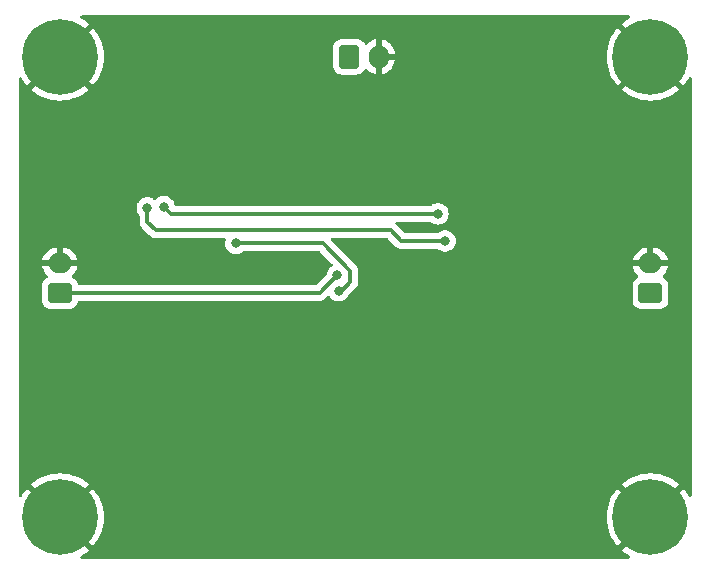
<source format=gbr>
%TF.GenerationSoftware,KiCad,Pcbnew,(6.0.9)*%
%TF.CreationDate,2024-02-29T16:15:24+01:00*%
%TF.ProjectId,TP1,5450312e-6b69-4636-9164-5f7063625858,rev?*%
%TF.SameCoordinates,Original*%
%TF.FileFunction,Copper,L2,Bot*%
%TF.FilePolarity,Positive*%
%FSLAX46Y46*%
G04 Gerber Fmt 4.6, Leading zero omitted, Abs format (unit mm)*
G04 Created by KiCad (PCBNEW (6.0.9)) date 2024-02-29 16:15:24*
%MOMM*%
%LPD*%
G01*
G04 APERTURE LIST*
G04 Aperture macros list*
%AMRoundRect*
0 Rectangle with rounded corners*
0 $1 Rounding radius*
0 $2 $3 $4 $5 $6 $7 $8 $9 X,Y pos of 4 corners*
0 Add a 4 corners polygon primitive as box body*
4,1,4,$2,$3,$4,$5,$6,$7,$8,$9,$2,$3,0*
0 Add four circle primitives for the rounded corners*
1,1,$1+$1,$2,$3*
1,1,$1+$1,$4,$5*
1,1,$1+$1,$6,$7*
1,1,$1+$1,$8,$9*
0 Add four rect primitives between the rounded corners*
20,1,$1+$1,$2,$3,$4,$5,0*
20,1,$1+$1,$4,$5,$6,$7,0*
20,1,$1+$1,$6,$7,$8,$9,0*
20,1,$1+$1,$8,$9,$2,$3,0*%
G04 Aperture macros list end*
%TA.AperFunction,ComponentPad*%
%ADD10RoundRect,0.250000X0.750000X-0.600000X0.750000X0.600000X-0.750000X0.600000X-0.750000X-0.600000X0*%
%TD*%
%TA.AperFunction,ComponentPad*%
%ADD11O,2.000000X1.700000*%
%TD*%
%TA.AperFunction,ComponentPad*%
%ADD12RoundRect,0.250000X-0.600000X-0.750000X0.600000X-0.750000X0.600000X0.750000X-0.600000X0.750000X0*%
%TD*%
%TA.AperFunction,ComponentPad*%
%ADD13O,1.700000X2.000000*%
%TD*%
%TA.AperFunction,ComponentPad*%
%ADD14C,6.400000*%
%TD*%
%TA.AperFunction,ViaPad*%
%ADD15C,0.800000*%
%TD*%
%TA.AperFunction,Conductor*%
%ADD16C,0.300000*%
%TD*%
G04 APERTURE END LIST*
D10*
%TO.P,J2,1,Pin_1*%
%TO.N,ADC_IN1*%
X64000000Y-64000000D03*
D11*
%TO.P,J2,2,Pin_2*%
%TO.N,GND*%
X64000000Y-61500000D03*
%TD*%
D12*
%TO.P,J3,1,Pin_1*%
%TO.N,+5V*%
X88500000Y-44000000D03*
D13*
%TO.P,J3,2,Pin_2*%
%TO.N,GND*%
X91000000Y-44000000D03*
%TD*%
D14*
%TO.P,H2,1,1*%
%TO.N,GND*%
X64000000Y-44000000D03*
%TD*%
D10*
%TO.P,J4,1,Pin_1*%
%TO.N,DAC_OUT*%
X114000000Y-64000000D03*
D11*
%TO.P,J4,2,Pin_2*%
%TO.N,GND*%
X114000000Y-61500000D03*
%TD*%
D14*
%TO.P,H3,1,1*%
%TO.N,GND*%
X64000000Y-83000000D03*
%TD*%
%TO.P,H4,1,1*%
%TO.N,GND*%
X114000000Y-44000000D03*
%TD*%
%TO.P,H1,1,1*%
%TO.N,GND*%
X114000000Y-83000000D03*
%TD*%
D15*
%TO.N,GND*%
X89700000Y-62800000D03*
%TO.N,USART2_TX*%
X87600000Y-63800000D03*
X78900000Y-59800000D03*
X87600000Y-63800000D03*
X87600000Y-63800000D03*
%TO.N,ADC_IN1*%
X87500000Y-62500000D03*
%TO.N,SWDIO*%
X71400000Y-56800000D03*
X96600000Y-59600000D03*
%TO.N,SWDCK*%
X72800000Y-56700000D03*
X96000000Y-57300000D03*
%TO.N,GND*%
X91200000Y-60300000D03*
X75400000Y-53300000D03*
X85100000Y-48800000D03*
X91400000Y-51200000D03*
X63400000Y-53200000D03*
X72100000Y-71400000D03*
X78300000Y-80700000D03*
X103300000Y-83500000D03*
X105500000Y-75600000D03*
X105700000Y-58400000D03*
X102400000Y-48400000D03*
X93800000Y-71200000D03*
X75000000Y-50000000D03*
%TD*%
D16*
%TO.N,USART2_TX*%
X87900000Y-63800000D02*
X87600000Y-63800000D01*
X88600000Y-63100000D02*
X87900000Y-63800000D01*
X88600000Y-62139339D02*
X88600000Y-63100000D01*
X86260661Y-59800000D02*
X88600000Y-62139339D01*
X78900000Y-59800000D02*
X86260661Y-59800000D01*
%TO.N,ADC_IN1*%
X86000000Y-64000000D02*
X87500000Y-62500000D01*
X64000000Y-64000000D02*
X86000000Y-64000000D01*
%TO.N,SWDIO*%
X71400000Y-58000000D02*
X71400000Y-56800000D01*
X72100000Y-58700000D02*
X71400000Y-58000000D01*
X92900000Y-59600000D02*
X92000000Y-58700000D01*
X96600000Y-59600000D02*
X92900000Y-59600000D01*
X92000000Y-58700000D02*
X72100000Y-58700000D01*
%TO.N,SWDCK*%
X73400000Y-57300000D02*
X72800000Y-56700000D01*
X96000000Y-57300000D02*
X73400000Y-57300000D01*
%TD*%
%TA.AperFunction,Conductor*%
%TO.N,GND*%
G36*
X112228176Y-40528502D02*
G01*
X112274669Y-40582158D01*
X112284773Y-40652432D01*
X112255279Y-40717012D01*
X112217258Y-40746767D01*
X112146397Y-40782872D01*
X112140687Y-40786169D01*
X111820265Y-40994253D01*
X111814939Y-40998123D01*
X111576165Y-41191478D01*
X111567700Y-41203733D01*
X111574034Y-41214824D01*
X116784310Y-46425100D01*
X116797386Y-46432241D01*
X116807753Y-46424784D01*
X117001877Y-46185061D01*
X117005747Y-46179735D01*
X117213831Y-45859313D01*
X117217128Y-45853603D01*
X117253233Y-45782742D01*
X117301981Y-45731127D01*
X117370896Y-45714061D01*
X117438098Y-45736962D01*
X117482250Y-45792559D01*
X117491500Y-45839945D01*
X117491500Y-81160055D01*
X117471498Y-81228176D01*
X117417842Y-81274669D01*
X117347568Y-81284773D01*
X117282988Y-81255279D01*
X117253233Y-81217258D01*
X117217128Y-81146397D01*
X117213831Y-81140687D01*
X117005747Y-80820265D01*
X117001877Y-80814939D01*
X116808522Y-80576165D01*
X116796267Y-80567700D01*
X116785176Y-80574034D01*
X111574900Y-85784310D01*
X111567759Y-85797386D01*
X111575216Y-85807753D01*
X111814935Y-86001874D01*
X111820272Y-86005751D01*
X112140685Y-86213830D01*
X112146394Y-86217126D01*
X112217257Y-86253233D01*
X112268872Y-86301981D01*
X112285938Y-86370896D01*
X112263037Y-86438098D01*
X112207440Y-86482250D01*
X112160054Y-86491500D01*
X65839946Y-86491500D01*
X65771825Y-86471498D01*
X65725332Y-86417842D01*
X65715228Y-86347568D01*
X65744722Y-86282988D01*
X65782743Y-86253233D01*
X65853606Y-86217126D01*
X65859315Y-86213830D01*
X66179728Y-86005751D01*
X66185065Y-86001874D01*
X66423835Y-85808522D01*
X66432300Y-85796267D01*
X66425966Y-85785176D01*
X63641922Y-83001132D01*
X64364408Y-83001132D01*
X64364539Y-83002965D01*
X64368790Y-83009580D01*
X66784310Y-85425100D01*
X66797386Y-85432241D01*
X66807753Y-85424784D01*
X67001877Y-85185061D01*
X67005747Y-85179735D01*
X67213831Y-84859313D01*
X67217128Y-84853603D01*
X67390578Y-84513189D01*
X67393260Y-84507164D01*
X67530171Y-84150498D01*
X67532212Y-84144216D01*
X67631094Y-83775184D01*
X67632465Y-83768734D01*
X67692234Y-83391371D01*
X67692920Y-83384833D01*
X67712916Y-83003301D01*
X110287084Y-83003301D01*
X110307080Y-83384833D01*
X110307766Y-83391371D01*
X110367535Y-83768734D01*
X110368906Y-83775184D01*
X110467788Y-84144216D01*
X110469829Y-84150498D01*
X110606740Y-84507164D01*
X110609422Y-84513189D01*
X110782872Y-84853603D01*
X110786169Y-84859313D01*
X110994253Y-85179735D01*
X110998123Y-85185061D01*
X111191478Y-85423835D01*
X111203733Y-85432300D01*
X111214824Y-85425966D01*
X113627978Y-83012812D01*
X113635592Y-82998868D01*
X113635461Y-82997035D01*
X113631210Y-82990420D01*
X111215690Y-80574900D01*
X111202614Y-80567759D01*
X111192247Y-80575216D01*
X110998123Y-80814939D01*
X110994253Y-80820265D01*
X110786169Y-81140687D01*
X110782872Y-81146397D01*
X110609422Y-81486811D01*
X110606740Y-81492836D01*
X110469829Y-81849502D01*
X110467788Y-81855784D01*
X110368906Y-82224816D01*
X110367535Y-82231266D01*
X110307766Y-82608629D01*
X110307080Y-82615167D01*
X110287084Y-82996699D01*
X110287084Y-83003301D01*
X67712916Y-83003301D01*
X67712916Y-82996699D01*
X67692920Y-82615167D01*
X67692234Y-82608629D01*
X67632465Y-82231266D01*
X67631094Y-82224816D01*
X67532212Y-81855784D01*
X67530171Y-81849502D01*
X67393260Y-81492836D01*
X67390578Y-81486811D01*
X67217128Y-81146397D01*
X67213831Y-81140687D01*
X67005747Y-80820265D01*
X67001877Y-80814939D01*
X66808522Y-80576165D01*
X66796267Y-80567700D01*
X66785176Y-80574034D01*
X64372022Y-82987188D01*
X64364408Y-83001132D01*
X63641922Y-83001132D01*
X61215690Y-80574900D01*
X61202614Y-80567759D01*
X61192247Y-80575216D01*
X60998123Y-80814939D01*
X60994253Y-80820265D01*
X60786169Y-81140687D01*
X60782872Y-81146397D01*
X60746767Y-81217258D01*
X60698019Y-81268873D01*
X60629104Y-81285939D01*
X60561902Y-81263038D01*
X60517750Y-81207441D01*
X60508500Y-81160055D01*
X60508500Y-80203733D01*
X61567700Y-80203733D01*
X61574034Y-80214824D01*
X63987188Y-82627978D01*
X64001132Y-82635592D01*
X64002965Y-82635461D01*
X64009580Y-82631210D01*
X66425100Y-80215690D01*
X66431630Y-80203733D01*
X111567700Y-80203733D01*
X111574034Y-80214824D01*
X113987188Y-82627978D01*
X114001132Y-82635592D01*
X114002965Y-82635461D01*
X114009580Y-82631210D01*
X116425100Y-80215690D01*
X116432241Y-80202614D01*
X116424784Y-80192247D01*
X116185065Y-79998126D01*
X116179728Y-79994249D01*
X115859315Y-79786170D01*
X115853606Y-79782873D01*
X115513189Y-79609422D01*
X115507164Y-79606740D01*
X115150498Y-79469829D01*
X115144216Y-79467788D01*
X114775184Y-79368906D01*
X114768734Y-79367535D01*
X114391371Y-79307766D01*
X114384833Y-79307080D01*
X114003301Y-79287084D01*
X113996699Y-79287084D01*
X113615167Y-79307080D01*
X113608629Y-79307766D01*
X113231266Y-79367535D01*
X113224816Y-79368906D01*
X112855784Y-79467788D01*
X112849502Y-79469829D01*
X112492836Y-79606740D01*
X112486811Y-79609422D01*
X112146397Y-79782872D01*
X112140687Y-79786169D01*
X111820265Y-79994253D01*
X111814939Y-79998123D01*
X111576165Y-80191478D01*
X111567700Y-80203733D01*
X66431630Y-80203733D01*
X66432241Y-80202614D01*
X66424784Y-80192247D01*
X66185065Y-79998126D01*
X66179728Y-79994249D01*
X65859315Y-79786170D01*
X65853606Y-79782873D01*
X65513189Y-79609422D01*
X65507164Y-79606740D01*
X65150498Y-79469829D01*
X65144216Y-79467788D01*
X64775184Y-79368906D01*
X64768734Y-79367535D01*
X64391371Y-79307766D01*
X64384833Y-79307080D01*
X64003301Y-79287084D01*
X63996699Y-79287084D01*
X63615167Y-79307080D01*
X63608629Y-79307766D01*
X63231266Y-79367535D01*
X63224816Y-79368906D01*
X62855784Y-79467788D01*
X62849502Y-79469829D01*
X62492836Y-79606740D01*
X62486811Y-79609422D01*
X62146397Y-79782872D01*
X62140687Y-79786169D01*
X61820265Y-79994253D01*
X61814939Y-79998123D01*
X61576165Y-80191478D01*
X61567700Y-80203733D01*
X60508500Y-80203733D01*
X60508500Y-64650400D01*
X62491500Y-64650400D01*
X62491837Y-64653646D01*
X62491837Y-64653650D01*
X62493409Y-64668794D01*
X62502474Y-64756166D01*
X62558450Y-64923946D01*
X62651522Y-65074348D01*
X62776697Y-65199305D01*
X62782927Y-65203145D01*
X62782928Y-65203146D01*
X62920090Y-65287694D01*
X62927262Y-65292115D01*
X63007005Y-65318564D01*
X63088611Y-65345632D01*
X63088613Y-65345632D01*
X63095139Y-65347797D01*
X63101975Y-65348497D01*
X63101978Y-65348498D01*
X63145031Y-65352909D01*
X63199600Y-65358500D01*
X64800400Y-65358500D01*
X64803646Y-65358163D01*
X64803650Y-65358163D01*
X64899308Y-65348238D01*
X64899312Y-65348237D01*
X64906166Y-65347526D01*
X64912702Y-65345345D01*
X64912704Y-65345345D01*
X65044806Y-65301272D01*
X65073946Y-65291550D01*
X65224348Y-65198478D01*
X65349305Y-65073303D01*
X65442115Y-64922738D01*
X65497365Y-64756166D01*
X65497797Y-64754861D01*
X65498044Y-64754943D01*
X65530178Y-64695672D01*
X65592388Y-64661460D01*
X65619540Y-64658500D01*
X85917944Y-64658500D01*
X85929800Y-64659059D01*
X85929803Y-64659059D01*
X85937537Y-64660788D01*
X86008369Y-64658562D01*
X86012327Y-64658500D01*
X86041432Y-64658500D01*
X86045832Y-64657944D01*
X86057664Y-64657012D01*
X86103831Y-64655562D01*
X86124421Y-64649580D01*
X86143782Y-64645570D01*
X86150770Y-64644688D01*
X86157204Y-64643875D01*
X86157205Y-64643875D01*
X86165064Y-64642882D01*
X86172429Y-64639966D01*
X86172433Y-64639965D01*
X86208021Y-64625874D01*
X86219231Y-64622035D01*
X86263600Y-64609145D01*
X86282065Y-64598225D01*
X86299805Y-64589534D01*
X86319756Y-64581635D01*
X86357129Y-64554482D01*
X86367048Y-64547967D01*
X86399977Y-64528493D01*
X86399981Y-64528490D01*
X86406807Y-64524453D01*
X86421971Y-64509289D01*
X86437005Y-64496448D01*
X86447943Y-64488501D01*
X86454357Y-64483841D01*
X86483803Y-64448247D01*
X86491792Y-64439468D01*
X86647250Y-64284010D01*
X86709562Y-64249984D01*
X86780377Y-64255049D01*
X86837213Y-64297596D01*
X86845463Y-64310103D01*
X86860960Y-64336944D01*
X86988747Y-64478866D01*
X87143248Y-64591118D01*
X87149276Y-64593802D01*
X87149278Y-64593803D01*
X87299730Y-64660788D01*
X87317712Y-64668794D01*
X87411112Y-64688647D01*
X87498056Y-64707128D01*
X87498061Y-64707128D01*
X87504513Y-64708500D01*
X87695487Y-64708500D01*
X87701939Y-64707128D01*
X87701944Y-64707128D01*
X87788888Y-64688647D01*
X87882288Y-64668794D01*
X87900270Y-64660788D01*
X87923602Y-64650400D01*
X112491500Y-64650400D01*
X112491837Y-64653646D01*
X112491837Y-64653650D01*
X112493409Y-64668794D01*
X112502474Y-64756166D01*
X112558450Y-64923946D01*
X112651522Y-65074348D01*
X112776697Y-65199305D01*
X112782927Y-65203145D01*
X112782928Y-65203146D01*
X112920090Y-65287694D01*
X112927262Y-65292115D01*
X113007005Y-65318564D01*
X113088611Y-65345632D01*
X113088613Y-65345632D01*
X113095139Y-65347797D01*
X113101975Y-65348497D01*
X113101978Y-65348498D01*
X113145031Y-65352909D01*
X113199600Y-65358500D01*
X114800400Y-65358500D01*
X114803646Y-65358163D01*
X114803650Y-65358163D01*
X114899308Y-65348238D01*
X114899312Y-65348237D01*
X114906166Y-65347526D01*
X114912702Y-65345345D01*
X114912704Y-65345345D01*
X115044806Y-65301272D01*
X115073946Y-65291550D01*
X115224348Y-65198478D01*
X115349305Y-65073303D01*
X115442115Y-64922738D01*
X115497797Y-64754861D01*
X115508500Y-64650400D01*
X115508500Y-63349600D01*
X115503858Y-63304857D01*
X115498238Y-63250692D01*
X115498237Y-63250688D01*
X115497526Y-63243834D01*
X115494141Y-63233686D01*
X115443868Y-63083002D01*
X115441550Y-63076054D01*
X115348478Y-62925652D01*
X115223303Y-62800695D01*
X115077220Y-62710647D01*
X115029727Y-62657876D01*
X115018303Y-62587804D01*
X115046577Y-62522680D01*
X115056364Y-62512218D01*
X115166906Y-62406766D01*
X115173941Y-62398814D01*
X115305141Y-62222475D01*
X115310745Y-62213438D01*
X115410357Y-62017516D01*
X115414357Y-62007665D01*
X115479534Y-61797760D01*
X115481817Y-61787376D01*
X115483861Y-61771957D01*
X115481665Y-61757793D01*
X115468478Y-61754000D01*
X112533808Y-61754000D01*
X112520277Y-61757973D01*
X112518752Y-61768580D01*
X112543477Y-61886421D01*
X112546537Y-61896617D01*
X112627263Y-62101029D01*
X112631994Y-62110561D01*
X112746016Y-62298462D01*
X112752280Y-62307052D01*
X112896327Y-62473052D01*
X112903956Y-62480470D01*
X112935569Y-62506391D01*
X112975564Y-62565051D01*
X112977496Y-62636021D01*
X112940752Y-62696770D01*
X112921983Y-62710969D01*
X112775652Y-62801522D01*
X112650695Y-62926697D01*
X112646855Y-62932927D01*
X112646854Y-62932928D01*
X112566673Y-63063006D01*
X112557885Y-63077262D01*
X112502203Y-63245139D01*
X112491500Y-63349600D01*
X112491500Y-64650400D01*
X87923602Y-64650400D01*
X88050722Y-64593803D01*
X88050724Y-64593802D01*
X88056752Y-64591118D01*
X88211253Y-64478866D01*
X88339040Y-64336944D01*
X88391841Y-64245491D01*
X88411863Y-64219397D01*
X89007604Y-63623655D01*
X89016385Y-63615665D01*
X89016387Y-63615664D01*
X89023080Y-63611416D01*
X89071620Y-63559726D01*
X89074374Y-63556885D01*
X89094926Y-63536333D01*
X89097638Y-63532837D01*
X89105349Y-63523808D01*
X89131544Y-63495913D01*
X89136972Y-63490133D01*
X89147301Y-63471345D01*
X89158158Y-63454816D01*
X89166447Y-63444131D01*
X89166448Y-63444129D01*
X89171304Y-63437869D01*
X89189657Y-63395456D01*
X89194868Y-63384819D01*
X89217124Y-63344337D01*
X89222457Y-63323566D01*
X89228859Y-63304864D01*
X89237379Y-63285177D01*
X89240125Y-63267842D01*
X89244605Y-63239552D01*
X89247013Y-63227926D01*
X89256529Y-63190865D01*
X89256529Y-63190864D01*
X89258500Y-63183188D01*
X89258500Y-63161742D01*
X89260051Y-63142031D01*
X89262166Y-63128678D01*
X89263406Y-63120849D01*
X89259059Y-63074864D01*
X89258500Y-63063006D01*
X89258500Y-62221398D01*
X89259059Y-62209542D01*
X89260789Y-62201802D01*
X89258562Y-62130950D01*
X89258500Y-62126992D01*
X89258500Y-62097907D01*
X89257946Y-62093518D01*
X89257013Y-62081676D01*
X89255811Y-62043433D01*
X89255562Y-62035508D01*
X89249580Y-62014918D01*
X89245570Y-61995555D01*
X89243875Y-61982135D01*
X89243875Y-61982134D01*
X89242882Y-61974275D01*
X89239966Y-61966910D01*
X89239965Y-61966906D01*
X89225874Y-61931318D01*
X89222035Y-61920108D01*
X89209145Y-61875739D01*
X89198225Y-61857274D01*
X89189534Y-61839534D01*
X89181635Y-61819583D01*
X89154482Y-61782210D01*
X89147967Y-61772291D01*
X89128493Y-61739362D01*
X89128490Y-61739358D01*
X89124453Y-61732532D01*
X89109289Y-61717368D01*
X89096448Y-61702334D01*
X89088501Y-61691396D01*
X89083841Y-61684982D01*
X89048247Y-61655536D01*
X89039468Y-61647547D01*
X88619964Y-61228043D01*
X112516139Y-61228043D01*
X112518335Y-61242207D01*
X112531522Y-61246000D01*
X113727885Y-61246000D01*
X113743124Y-61241525D01*
X113744329Y-61240135D01*
X113746000Y-61232452D01*
X113746000Y-61227885D01*
X114254000Y-61227885D01*
X114258475Y-61243124D01*
X114259865Y-61244329D01*
X114267548Y-61246000D01*
X115466192Y-61246000D01*
X115479723Y-61242027D01*
X115481248Y-61231420D01*
X115456523Y-61113579D01*
X115453463Y-61103383D01*
X115372737Y-60898971D01*
X115368006Y-60889439D01*
X115253984Y-60701538D01*
X115247720Y-60692948D01*
X115103673Y-60526948D01*
X115096042Y-60519528D01*
X114926089Y-60380174D01*
X114917322Y-60374150D01*
X114726318Y-60265424D01*
X114716654Y-60260959D01*
X114510059Y-60185969D01*
X114499792Y-60183198D01*
X114282345Y-60143877D01*
X114274116Y-60142944D01*
X114269624Y-60142732D01*
X114256876Y-60146475D01*
X114255671Y-60147865D01*
X114254000Y-60155548D01*
X114254000Y-61227885D01*
X113746000Y-61227885D01*
X113746000Y-60164030D01*
X113741690Y-60149352D01*
X113729807Y-60147289D01*
X113625675Y-60156124D01*
X113615203Y-60157914D01*
X113402465Y-60213130D01*
X113392425Y-60216665D01*
X113192030Y-60306937D01*
X113182744Y-60312106D01*
X113000425Y-60434850D01*
X112992130Y-60441519D01*
X112833100Y-60593228D01*
X112826059Y-60601186D01*
X112694859Y-60777525D01*
X112689255Y-60786562D01*
X112589643Y-60982484D01*
X112585643Y-60992335D01*
X112520466Y-61202240D01*
X112518183Y-61212624D01*
X112516139Y-61228043D01*
X88619964Y-61228043D01*
X86965516Y-59573595D01*
X86931490Y-59511283D01*
X86936555Y-59440468D01*
X86979102Y-59383632D01*
X87045622Y-59358821D01*
X87054611Y-59358500D01*
X91675050Y-59358500D01*
X91743171Y-59378502D01*
X91764145Y-59395405D01*
X92376345Y-60007605D01*
X92384335Y-60016385D01*
X92388584Y-60023080D01*
X92394362Y-60028506D01*
X92394363Y-60028507D01*
X92440257Y-60071604D01*
X92443099Y-60074359D01*
X92463667Y-60094927D01*
X92467170Y-60097644D01*
X92476195Y-60105352D01*
X92509867Y-60136972D01*
X92516818Y-60140793D01*
X92516819Y-60140794D01*
X92528658Y-60147303D01*
X92545182Y-60158157D01*
X92554354Y-60165271D01*
X92562132Y-60171304D01*
X92589617Y-60183198D01*
X92604536Y-60189654D01*
X92615181Y-60194869D01*
X92655663Y-60217124D01*
X92663337Y-60219094D01*
X92663344Y-60219097D01*
X92676426Y-60222455D01*
X92695134Y-60228860D01*
X92714823Y-60237380D01*
X92722649Y-60238619D01*
X92722651Y-60238620D01*
X92747159Y-60242501D01*
X92760459Y-60244608D01*
X92772070Y-60247012D01*
X92803107Y-60254981D01*
X92809135Y-60256529D01*
X92809136Y-60256529D01*
X92816812Y-60258500D01*
X92838258Y-60258500D01*
X92857968Y-60260051D01*
X92871322Y-60262166D01*
X92871323Y-60262166D01*
X92879152Y-60263406D01*
X92925141Y-60259059D01*
X92936996Y-60258500D01*
X95919776Y-60258500D01*
X95987897Y-60278502D01*
X95993834Y-60282562D01*
X96027383Y-60306937D01*
X96119894Y-60374150D01*
X96143248Y-60391118D01*
X96149276Y-60393802D01*
X96149278Y-60393803D01*
X96311681Y-60466109D01*
X96317712Y-60468794D01*
X96383365Y-60482749D01*
X96498056Y-60507128D01*
X96498061Y-60507128D01*
X96504513Y-60508500D01*
X96695487Y-60508500D01*
X96701939Y-60507128D01*
X96701944Y-60507128D01*
X96816635Y-60482749D01*
X96882288Y-60468794D01*
X96888319Y-60466109D01*
X97050722Y-60393803D01*
X97050724Y-60393802D01*
X97056752Y-60391118D01*
X97080107Y-60374150D01*
X97112157Y-60350864D01*
X97211253Y-60278866D01*
X97239932Y-60247015D01*
X97334621Y-60141852D01*
X97334622Y-60141851D01*
X97339040Y-60136944D01*
X97434527Y-59971556D01*
X97493542Y-59789928D01*
X97513504Y-59600000D01*
X97493542Y-59410072D01*
X97434527Y-59228444D01*
X97339040Y-59063056D01*
X97211253Y-58921134D01*
X97056752Y-58808882D01*
X97050724Y-58806198D01*
X97050722Y-58806197D01*
X96888319Y-58733891D01*
X96888318Y-58733891D01*
X96882288Y-58731206D01*
X96788888Y-58711353D01*
X96701944Y-58692872D01*
X96701939Y-58692872D01*
X96695487Y-58691500D01*
X96504513Y-58691500D01*
X96498061Y-58692872D01*
X96498056Y-58692872D01*
X96411112Y-58711353D01*
X96317712Y-58731206D01*
X96311682Y-58733891D01*
X96311681Y-58733891D01*
X96149278Y-58806197D01*
X96149276Y-58806198D01*
X96143248Y-58808882D01*
X95994092Y-58917251D01*
X95993837Y-58917436D01*
X95926969Y-58941294D01*
X95919776Y-58941500D01*
X93224950Y-58941500D01*
X93156829Y-58921498D01*
X93135854Y-58904595D01*
X92523651Y-58292391D01*
X92515663Y-58283612D01*
X92511416Y-58276920D01*
X92459741Y-58228394D01*
X92456900Y-58225640D01*
X92436333Y-58205073D01*
X92432826Y-58202353D01*
X92423803Y-58194646D01*
X92404319Y-58176349D01*
X92368354Y-58115136D01*
X92371193Y-58044196D01*
X92411934Y-57986053D01*
X92477642Y-57959165D01*
X92490573Y-57958500D01*
X95319776Y-57958500D01*
X95387897Y-57978502D01*
X95393834Y-57982562D01*
X95398639Y-57986053D01*
X95521170Y-58075077D01*
X95543248Y-58091118D01*
X95549276Y-58093802D01*
X95549278Y-58093803D01*
X95639439Y-58133945D01*
X95717712Y-58168794D01*
X95811113Y-58188647D01*
X95898056Y-58207128D01*
X95898061Y-58207128D01*
X95904513Y-58208500D01*
X96095487Y-58208500D01*
X96101939Y-58207128D01*
X96101944Y-58207128D01*
X96188887Y-58188647D01*
X96282288Y-58168794D01*
X96360561Y-58133945D01*
X96450722Y-58093803D01*
X96450724Y-58093802D01*
X96456752Y-58091118D01*
X96478831Y-58075077D01*
X96525960Y-58040835D01*
X96611253Y-57978866D01*
X96632018Y-57955804D01*
X96734621Y-57841852D01*
X96734622Y-57841851D01*
X96739040Y-57836944D01*
X96834527Y-57671556D01*
X96893542Y-57489928D01*
X96895137Y-57474759D01*
X96912814Y-57306565D01*
X96913504Y-57300000D01*
X96893542Y-57110072D01*
X96834527Y-56928444D01*
X96739040Y-56763056D01*
X96611253Y-56621134D01*
X96512157Y-56549136D01*
X96462094Y-56512763D01*
X96462093Y-56512762D01*
X96456752Y-56508882D01*
X96450724Y-56506198D01*
X96450722Y-56506197D01*
X96288319Y-56433891D01*
X96288318Y-56433891D01*
X96282288Y-56431206D01*
X96188888Y-56411353D01*
X96101944Y-56392872D01*
X96101939Y-56392872D01*
X96095487Y-56391500D01*
X95904513Y-56391500D01*
X95898061Y-56392872D01*
X95898056Y-56392872D01*
X95811112Y-56411353D01*
X95717712Y-56431206D01*
X95711682Y-56433891D01*
X95711681Y-56433891D01*
X95549278Y-56506197D01*
X95549276Y-56506198D01*
X95543248Y-56508882D01*
X95537907Y-56512762D01*
X95537906Y-56512763D01*
X95462097Y-56567842D01*
X95394092Y-56617251D01*
X95393837Y-56617436D01*
X95326969Y-56641294D01*
X95319776Y-56641500D01*
X73820807Y-56641500D01*
X73752686Y-56621498D01*
X73706193Y-56567842D01*
X73695497Y-56528672D01*
X73694232Y-56516634D01*
X73694231Y-56516631D01*
X73693542Y-56510072D01*
X73634527Y-56328444D01*
X73539040Y-56163056D01*
X73492279Y-56111122D01*
X73415675Y-56026045D01*
X73415671Y-56026041D01*
X73411253Y-56021134D01*
X73256752Y-55908882D01*
X73250724Y-55906198D01*
X73250722Y-55906197D01*
X73088319Y-55833891D01*
X73088318Y-55833891D01*
X73082288Y-55831206D01*
X72988887Y-55811353D01*
X72901944Y-55792872D01*
X72901939Y-55792872D01*
X72895487Y-55791500D01*
X72704513Y-55791500D01*
X72698061Y-55792872D01*
X72698056Y-55792872D01*
X72611112Y-55811353D01*
X72517712Y-55831206D01*
X72511682Y-55833891D01*
X72511681Y-55833891D01*
X72349278Y-55906197D01*
X72349276Y-55906198D01*
X72343248Y-55908882D01*
X72188747Y-56021134D01*
X72140033Y-56075236D01*
X72079589Y-56112474D01*
X72008605Y-56111122D01*
X71972338Y-56092860D01*
X71862094Y-56012763D01*
X71862093Y-56012762D01*
X71856752Y-56008882D01*
X71850724Y-56006198D01*
X71850722Y-56006197D01*
X71688319Y-55933891D01*
X71688318Y-55933891D01*
X71682288Y-55931206D01*
X71588888Y-55911353D01*
X71501944Y-55892872D01*
X71501939Y-55892872D01*
X71495487Y-55891500D01*
X71304513Y-55891500D01*
X71298061Y-55892872D01*
X71298056Y-55892872D01*
X71211112Y-55911353D01*
X71117712Y-55931206D01*
X71111682Y-55933891D01*
X71111681Y-55933891D01*
X70949278Y-56006197D01*
X70949276Y-56006198D01*
X70943248Y-56008882D01*
X70937907Y-56012762D01*
X70937906Y-56012763D01*
X70919631Y-56026041D01*
X70788747Y-56121134D01*
X70660960Y-56263056D01*
X70602686Y-56363990D01*
X70586011Y-56392872D01*
X70565473Y-56428444D01*
X70506458Y-56610072D01*
X70486496Y-56800000D01*
X70506458Y-56989928D01*
X70565473Y-57171556D01*
X70660960Y-57336944D01*
X70665378Y-57341851D01*
X70665379Y-57341852D01*
X70709136Y-57390449D01*
X70739854Y-57454456D01*
X70741500Y-57474759D01*
X70741500Y-57917944D01*
X70740941Y-57929800D01*
X70739212Y-57937537D01*
X70740499Y-57978502D01*
X70741438Y-58008369D01*
X70741500Y-58012327D01*
X70741500Y-58041432D01*
X70742056Y-58045832D01*
X70742988Y-58057664D01*
X70744438Y-58103831D01*
X70746650Y-58111444D01*
X70746650Y-58111445D01*
X70750419Y-58124416D01*
X70754430Y-58143782D01*
X70757118Y-58165064D01*
X70760034Y-58172429D01*
X70760035Y-58172433D01*
X70774126Y-58208021D01*
X70777965Y-58219231D01*
X70790855Y-58263600D01*
X70801775Y-58282065D01*
X70810466Y-58299805D01*
X70818365Y-58319756D01*
X70845516Y-58357126D01*
X70852033Y-58367048D01*
X70871507Y-58399977D01*
X70871510Y-58399981D01*
X70875547Y-58406807D01*
X70890711Y-58421971D01*
X70903551Y-58437004D01*
X70916159Y-58454357D01*
X70922266Y-58459409D01*
X70922267Y-58459410D01*
X70951754Y-58483803D01*
X70960535Y-58491794D01*
X71576341Y-59107600D01*
X71584331Y-59116381D01*
X71584339Y-59116390D01*
X71588584Y-59123080D01*
X71594359Y-59128503D01*
X71640273Y-59171619D01*
X71643115Y-59174374D01*
X71663667Y-59194926D01*
X71666801Y-59197357D01*
X71667163Y-59197638D01*
X71676191Y-59205348D01*
X71709867Y-59236972D01*
X71716818Y-59240793D01*
X71716819Y-59240794D01*
X71728655Y-59247301D01*
X71745184Y-59258158D01*
X71755869Y-59266447D01*
X71755871Y-59266448D01*
X71762131Y-59271304D01*
X71804544Y-59289657D01*
X71815181Y-59294868D01*
X71855663Y-59317124D01*
X71863342Y-59319096D01*
X71863343Y-59319096D01*
X71876434Y-59322457D01*
X71895136Y-59328859D01*
X71914823Y-59337379D01*
X71922652Y-59338619D01*
X71960448Y-59344605D01*
X71972074Y-59347013D01*
X72009135Y-59356529D01*
X72009136Y-59356529D01*
X72016812Y-59358500D01*
X72038258Y-59358500D01*
X72057968Y-59360051D01*
X72079151Y-59363406D01*
X72125135Y-59359059D01*
X72136994Y-59358500D01*
X77914775Y-59358500D01*
X77982896Y-59378502D01*
X78029389Y-59432158D01*
X78039493Y-59502432D01*
X78034608Y-59523436D01*
X78006458Y-59610072D01*
X77986496Y-59800000D01*
X77987186Y-59806565D01*
X78005129Y-59977279D01*
X78006458Y-59989928D01*
X78065473Y-60171556D01*
X78068776Y-60177278D01*
X78068777Y-60177279D01*
X78073794Y-60185969D01*
X78160960Y-60336944D01*
X78165378Y-60341851D01*
X78165379Y-60341852D01*
X78279678Y-60468794D01*
X78288747Y-60478866D01*
X78443248Y-60591118D01*
X78449276Y-60593802D01*
X78449278Y-60593803D01*
X78465861Y-60601186D01*
X78617712Y-60668794D01*
X78711112Y-60688647D01*
X78798056Y-60707128D01*
X78798061Y-60707128D01*
X78804513Y-60708500D01*
X78995487Y-60708500D01*
X79001939Y-60707128D01*
X79001944Y-60707128D01*
X79088888Y-60688647D01*
X79182288Y-60668794D01*
X79334139Y-60601186D01*
X79350722Y-60593803D01*
X79350724Y-60593802D01*
X79356752Y-60591118D01*
X79506163Y-60482564D01*
X79573031Y-60458706D01*
X79580224Y-60458500D01*
X85935711Y-60458500D01*
X86003832Y-60478502D01*
X86024806Y-60495405D01*
X87051894Y-61522493D01*
X87085920Y-61584805D01*
X87080855Y-61655620D01*
X87036861Y-61713522D01*
X86948935Y-61777405D01*
X86899713Y-61813167D01*
X86888747Y-61821134D01*
X86760960Y-61963056D01*
X86723526Y-62027894D01*
X86683104Y-62097907D01*
X86665473Y-62128444D01*
X86606458Y-62310072D01*
X86605768Y-62316635D01*
X86605768Y-62316636D01*
X86593245Y-62435786D01*
X86566232Y-62501442D01*
X86557030Y-62511710D01*
X85764145Y-63304595D01*
X85701833Y-63338621D01*
X85675050Y-63341500D01*
X65619542Y-63341500D01*
X65551421Y-63321498D01*
X65504928Y-63267842D01*
X65497784Y-63246322D01*
X65497526Y-63243834D01*
X65441550Y-63076054D01*
X65348478Y-62925652D01*
X65223303Y-62800695D01*
X65077220Y-62710647D01*
X65029727Y-62657876D01*
X65018303Y-62587804D01*
X65046577Y-62522680D01*
X65056364Y-62512218D01*
X65166906Y-62406766D01*
X65173941Y-62398814D01*
X65305141Y-62222475D01*
X65310745Y-62213438D01*
X65410357Y-62017516D01*
X65414357Y-62007665D01*
X65479534Y-61797760D01*
X65481817Y-61787376D01*
X65483861Y-61771957D01*
X65481665Y-61757793D01*
X65468478Y-61754000D01*
X62533808Y-61754000D01*
X62520277Y-61757973D01*
X62518752Y-61768580D01*
X62543477Y-61886421D01*
X62546537Y-61896617D01*
X62627263Y-62101029D01*
X62631994Y-62110561D01*
X62746016Y-62298462D01*
X62752280Y-62307052D01*
X62896327Y-62473052D01*
X62903956Y-62480470D01*
X62935569Y-62506391D01*
X62975564Y-62565051D01*
X62977496Y-62636021D01*
X62940752Y-62696770D01*
X62921983Y-62710969D01*
X62775652Y-62801522D01*
X62650695Y-62926697D01*
X62646855Y-62932927D01*
X62646854Y-62932928D01*
X62566673Y-63063006D01*
X62557885Y-63077262D01*
X62502203Y-63245139D01*
X62491500Y-63349600D01*
X62491500Y-64650400D01*
X60508500Y-64650400D01*
X60508500Y-61228043D01*
X62516139Y-61228043D01*
X62518335Y-61242207D01*
X62531522Y-61246000D01*
X63727885Y-61246000D01*
X63743124Y-61241525D01*
X63744329Y-61240135D01*
X63746000Y-61232452D01*
X63746000Y-61227885D01*
X64254000Y-61227885D01*
X64258475Y-61243124D01*
X64259865Y-61244329D01*
X64267548Y-61246000D01*
X65466192Y-61246000D01*
X65479723Y-61242027D01*
X65481248Y-61231420D01*
X65456523Y-61113579D01*
X65453463Y-61103383D01*
X65372737Y-60898971D01*
X65368006Y-60889439D01*
X65253984Y-60701538D01*
X65247720Y-60692948D01*
X65103673Y-60526948D01*
X65096042Y-60519528D01*
X64926089Y-60380174D01*
X64917322Y-60374150D01*
X64726318Y-60265424D01*
X64716654Y-60260959D01*
X64510059Y-60185969D01*
X64499792Y-60183198D01*
X64282345Y-60143877D01*
X64274116Y-60142944D01*
X64269624Y-60142732D01*
X64256876Y-60146475D01*
X64255671Y-60147865D01*
X64254000Y-60155548D01*
X64254000Y-61227885D01*
X63746000Y-61227885D01*
X63746000Y-60164030D01*
X63741690Y-60149352D01*
X63729807Y-60147289D01*
X63625675Y-60156124D01*
X63615203Y-60157914D01*
X63402465Y-60213130D01*
X63392425Y-60216665D01*
X63192030Y-60306937D01*
X63182744Y-60312106D01*
X63000425Y-60434850D01*
X62992130Y-60441519D01*
X62833100Y-60593228D01*
X62826059Y-60601186D01*
X62694859Y-60777525D01*
X62689255Y-60786562D01*
X62589643Y-60982484D01*
X62585643Y-60992335D01*
X62520466Y-61202240D01*
X62518183Y-61212624D01*
X62516139Y-61228043D01*
X60508500Y-61228043D01*
X60508500Y-46797386D01*
X61567759Y-46797386D01*
X61575216Y-46807753D01*
X61814935Y-47001874D01*
X61820272Y-47005751D01*
X62140685Y-47213830D01*
X62146394Y-47217127D01*
X62486811Y-47390578D01*
X62492836Y-47393260D01*
X62849502Y-47530171D01*
X62855784Y-47532212D01*
X63224816Y-47631094D01*
X63231266Y-47632465D01*
X63608629Y-47692234D01*
X63615167Y-47692920D01*
X63996699Y-47712916D01*
X64003301Y-47712916D01*
X64384833Y-47692920D01*
X64391371Y-47692234D01*
X64768734Y-47632465D01*
X64775184Y-47631094D01*
X65144216Y-47532212D01*
X65150498Y-47530171D01*
X65507164Y-47393260D01*
X65513189Y-47390578D01*
X65853606Y-47217127D01*
X65859315Y-47213830D01*
X66179728Y-47005751D01*
X66185065Y-47001874D01*
X66423835Y-46808522D01*
X66431527Y-46797386D01*
X111567759Y-46797386D01*
X111575216Y-46807753D01*
X111814935Y-47001874D01*
X111820272Y-47005751D01*
X112140685Y-47213830D01*
X112146394Y-47217127D01*
X112486811Y-47390578D01*
X112492836Y-47393260D01*
X112849502Y-47530171D01*
X112855784Y-47532212D01*
X113224816Y-47631094D01*
X113231266Y-47632465D01*
X113608629Y-47692234D01*
X113615167Y-47692920D01*
X113996699Y-47712916D01*
X114003301Y-47712916D01*
X114384833Y-47692920D01*
X114391371Y-47692234D01*
X114768734Y-47632465D01*
X114775184Y-47631094D01*
X115144216Y-47532212D01*
X115150498Y-47530171D01*
X115507164Y-47393260D01*
X115513189Y-47390578D01*
X115853606Y-47217127D01*
X115859315Y-47213830D01*
X116179728Y-47005751D01*
X116185065Y-47001874D01*
X116423835Y-46808522D01*
X116432300Y-46796267D01*
X116425966Y-46785176D01*
X114012812Y-44372022D01*
X113998868Y-44364408D01*
X113997035Y-44364539D01*
X113990420Y-44368790D01*
X111574900Y-46784310D01*
X111567759Y-46797386D01*
X66431527Y-46797386D01*
X66432300Y-46796267D01*
X66425966Y-46785176D01*
X64012812Y-44372022D01*
X63998868Y-44364408D01*
X63997035Y-44364539D01*
X63990420Y-44368790D01*
X61574900Y-46784310D01*
X61567759Y-46797386D01*
X60508500Y-46797386D01*
X60508500Y-45839945D01*
X60528502Y-45771824D01*
X60582158Y-45725331D01*
X60652432Y-45715227D01*
X60717012Y-45744721D01*
X60746767Y-45782742D01*
X60782872Y-45853603D01*
X60786169Y-45859313D01*
X60994253Y-46179735D01*
X60998123Y-46185061D01*
X61191478Y-46423835D01*
X61203733Y-46432300D01*
X61214824Y-46425966D01*
X63639658Y-44001132D01*
X64364408Y-44001132D01*
X64364539Y-44002965D01*
X64368790Y-44009580D01*
X66784310Y-46425100D01*
X66797386Y-46432241D01*
X66807753Y-46424784D01*
X67001877Y-46185061D01*
X67005747Y-46179735D01*
X67213831Y-45859313D01*
X67217128Y-45853603D01*
X67390578Y-45513189D01*
X67393260Y-45507164D01*
X67530171Y-45150498D01*
X67532212Y-45144216D01*
X67624337Y-44800400D01*
X87141500Y-44800400D01*
X87152474Y-44906166D01*
X87208450Y-45073946D01*
X87301522Y-45224348D01*
X87426697Y-45349305D01*
X87432927Y-45353145D01*
X87432928Y-45353146D01*
X87570090Y-45437694D01*
X87577262Y-45442115D01*
X87620701Y-45456523D01*
X87738611Y-45495632D01*
X87738613Y-45495632D01*
X87745139Y-45497797D01*
X87751975Y-45498497D01*
X87751978Y-45498498D01*
X87795031Y-45502909D01*
X87849600Y-45508500D01*
X89150400Y-45508500D01*
X89153646Y-45508163D01*
X89153650Y-45508163D01*
X89249308Y-45498238D01*
X89249312Y-45498237D01*
X89256166Y-45497526D01*
X89262702Y-45495345D01*
X89262704Y-45495345D01*
X89394806Y-45451272D01*
X89423946Y-45441550D01*
X89574348Y-45348478D01*
X89699305Y-45223303D01*
X89789353Y-45077220D01*
X89842124Y-45029727D01*
X89912196Y-45018303D01*
X89977320Y-45046577D01*
X89987782Y-45056364D01*
X90093234Y-45166906D01*
X90101186Y-45173941D01*
X90277525Y-45305141D01*
X90286562Y-45310745D01*
X90482484Y-45410357D01*
X90492335Y-45414357D01*
X90702240Y-45479534D01*
X90712624Y-45481817D01*
X90728043Y-45483861D01*
X90742207Y-45481665D01*
X90746000Y-45468478D01*
X90746000Y-45466192D01*
X91254000Y-45466192D01*
X91257973Y-45479723D01*
X91268580Y-45481248D01*
X91386421Y-45456523D01*
X91396617Y-45453463D01*
X91601029Y-45372737D01*
X91610561Y-45368006D01*
X91798462Y-45253984D01*
X91807052Y-45247720D01*
X91973052Y-45103673D01*
X91980472Y-45096042D01*
X92119826Y-44926089D01*
X92125850Y-44917322D01*
X92234576Y-44726318D01*
X92239041Y-44716654D01*
X92314031Y-44510059D01*
X92316802Y-44499792D01*
X92356123Y-44282345D01*
X92357056Y-44274116D01*
X92357268Y-44269624D01*
X92353525Y-44256876D01*
X92352135Y-44255671D01*
X92344452Y-44254000D01*
X91272115Y-44254000D01*
X91256876Y-44258475D01*
X91255671Y-44259865D01*
X91254000Y-44267548D01*
X91254000Y-45466192D01*
X90746000Y-45466192D01*
X90746000Y-44003301D01*
X110287084Y-44003301D01*
X110307080Y-44384833D01*
X110307766Y-44391371D01*
X110367535Y-44768734D01*
X110368906Y-44775184D01*
X110467788Y-45144216D01*
X110469829Y-45150498D01*
X110606740Y-45507164D01*
X110609422Y-45513189D01*
X110782872Y-45853603D01*
X110786169Y-45859313D01*
X110994253Y-46179735D01*
X110998123Y-46185061D01*
X111191478Y-46423835D01*
X111203733Y-46432300D01*
X111214824Y-46425966D01*
X113627978Y-44012812D01*
X113635592Y-43998868D01*
X113635461Y-43997035D01*
X113631210Y-43990420D01*
X111215690Y-41574900D01*
X111202614Y-41567759D01*
X111192247Y-41575216D01*
X110998123Y-41814939D01*
X110994253Y-41820265D01*
X110786169Y-42140687D01*
X110782872Y-42146397D01*
X110609422Y-42486811D01*
X110606740Y-42492836D01*
X110469829Y-42849502D01*
X110467788Y-42855784D01*
X110368906Y-43224816D01*
X110367535Y-43231266D01*
X110307766Y-43608629D01*
X110307080Y-43615167D01*
X110287084Y-43996699D01*
X110287084Y-44003301D01*
X90746000Y-44003301D01*
X90746000Y-43727885D01*
X91254000Y-43727885D01*
X91258475Y-43743124D01*
X91259865Y-43744329D01*
X91267548Y-43746000D01*
X92335970Y-43746000D01*
X92350648Y-43741690D01*
X92352711Y-43729807D01*
X92343876Y-43625675D01*
X92342086Y-43615203D01*
X92286870Y-43402465D01*
X92283335Y-43392425D01*
X92193063Y-43192030D01*
X92187894Y-43182744D01*
X92065150Y-43000425D01*
X92058481Y-42992130D01*
X91906772Y-42833100D01*
X91898814Y-42826059D01*
X91722475Y-42694859D01*
X91713438Y-42689255D01*
X91517516Y-42589643D01*
X91507665Y-42585643D01*
X91297760Y-42520466D01*
X91287376Y-42518183D01*
X91271957Y-42516139D01*
X91257793Y-42518335D01*
X91254000Y-42531522D01*
X91254000Y-43727885D01*
X90746000Y-43727885D01*
X90746000Y-42533808D01*
X90742027Y-42520277D01*
X90731420Y-42518752D01*
X90613579Y-42543477D01*
X90603383Y-42546537D01*
X90398971Y-42627263D01*
X90389439Y-42631994D01*
X90201538Y-42746016D01*
X90192948Y-42752280D01*
X90026948Y-42896327D01*
X90019530Y-42903956D01*
X89993609Y-42935569D01*
X89934949Y-42975564D01*
X89863979Y-42977496D01*
X89803230Y-42940752D01*
X89789030Y-42921982D01*
X89702332Y-42781880D01*
X89698478Y-42775652D01*
X89573303Y-42650695D01*
X89542965Y-42631994D01*
X89428968Y-42561725D01*
X89428966Y-42561724D01*
X89422738Y-42557885D01*
X89303498Y-42518335D01*
X89261389Y-42504368D01*
X89261387Y-42504368D01*
X89254861Y-42502203D01*
X89248025Y-42501503D01*
X89248022Y-42501502D01*
X89204969Y-42497091D01*
X89150400Y-42491500D01*
X87849600Y-42491500D01*
X87846354Y-42491837D01*
X87846350Y-42491837D01*
X87750692Y-42501762D01*
X87750688Y-42501763D01*
X87743834Y-42502474D01*
X87737298Y-42504655D01*
X87737296Y-42504655D01*
X87605194Y-42548728D01*
X87576054Y-42558450D01*
X87425652Y-42651522D01*
X87300695Y-42776697D01*
X87296855Y-42782927D01*
X87296854Y-42782928D01*
X87226954Y-42896327D01*
X87207885Y-42927262D01*
X87152203Y-43095139D01*
X87141500Y-43199600D01*
X87141500Y-44800400D01*
X67624337Y-44800400D01*
X67631094Y-44775184D01*
X67632465Y-44768734D01*
X67692234Y-44391371D01*
X67692920Y-44384833D01*
X67712916Y-44003301D01*
X67712916Y-43996699D01*
X67692920Y-43615167D01*
X67692234Y-43608629D01*
X67632465Y-43231266D01*
X67631094Y-43224816D01*
X67532212Y-42855784D01*
X67530171Y-42849502D01*
X67393260Y-42492836D01*
X67390578Y-42486811D01*
X67217128Y-42146397D01*
X67213831Y-42140687D01*
X67005747Y-41820265D01*
X67001877Y-41814939D01*
X66808522Y-41576165D01*
X66796267Y-41567700D01*
X66785176Y-41574034D01*
X64372022Y-43987188D01*
X64364408Y-44001132D01*
X63639658Y-44001132D01*
X66425100Y-41215690D01*
X66432241Y-41202614D01*
X66424784Y-41192247D01*
X66185065Y-40998126D01*
X66179728Y-40994249D01*
X65859315Y-40786170D01*
X65853606Y-40782874D01*
X65782743Y-40746767D01*
X65731128Y-40698019D01*
X65714062Y-40629104D01*
X65736963Y-40561902D01*
X65792560Y-40517750D01*
X65839946Y-40508500D01*
X112160055Y-40508500D01*
X112228176Y-40528502D01*
G37*
%TD.AperFunction*%
%TD*%
M02*

</source>
